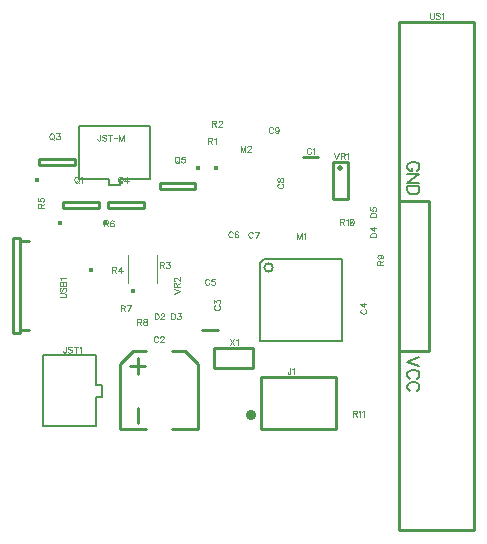
<source format=gbr>
G04 DipTrace 2.4.0.2*
%INTopSilk.gbr*%
%MOIN*%
%ADD10C,0.0098*%
%ADD12C,0.003*%
%ADD31C,0.0354*%
%ADD34C,0.005*%
%ADD36C,0.006*%
%ADD39O,0.0162X0.0154*%
%ADD43C,0.0154*%
%ADD47C,0.0158*%
%ADD52C,0.0188*%
%ADD54C,0.0039*%
%ADD117C,0.0062*%
%FSLAX44Y44*%
G04*
G70*
G90*
G75*
G01*
%LNTopSilk*%
%LPD*%
X6066Y3822D2*
D10*
X5554D1*
X7490Y2266D2*
X10010D1*
Y534D1*
X7490D1*
Y2266D1*
D31*
X7156Y987D3*
X1997Y2981D2*
D34*
Y1997D1*
X2194D1*
Y1603D1*
X1997D1*
Y619D1*
X226D1*
Y2981D1*
X1997D1*
X3801Y8853D2*
X2817D1*
Y8656D1*
X2423D1*
Y8853D1*
X1439D1*
Y10624D1*
X3801D1*
Y8853D1*
X10220Y6210D2*
D36*
Y3450D1*
X7460D1*
Y6070D1*
X7600Y6210D2*
X10220D1*
X7600D2*
X7460Y6070D1*
X7619Y5910D2*
G02X7619Y5910I141J0D01*
G01*
D39*
X6000Y9230D3*
D43*
X817Y7390D3*
X910Y7892D2*
D10*
X2091D1*
Y8088D1*
X910D1*
Y7892D1*
X13110Y8140D2*
X12110D1*
Y3140D1*
X13110D1*
Y8140D1*
X14610Y14105D2*
X12110D1*
Y-2825D1*
X14610D1*
Y14105D1*
X-523Y6904D2*
Y3716D1*
Y6905D2*
X-759D1*
X-523Y3716D2*
X-759D1*
Y6904D2*
Y3716D1*
X-221Y6806D2*
X-523D1*
Y3814D2*
X-221D1*
D47*
X1841Y5823D3*
X10420Y9435D2*
D10*
X9920D1*
Y8185D1*
X10420D1*
Y9435D1*
D52*
X10139Y9216D3*
D43*
X3232Y5114D3*
X4032Y5378D2*
D54*
Y6322D1*
X3088Y5378D2*
Y6322D1*
X5950Y3225D2*
D10*
X7250D1*
Y2555D1*
X5950D1*
Y3225D1*
D43*
X27Y8830D3*
X120Y9332D2*
D10*
X1301D1*
Y9528D1*
X120D1*
Y9332D1*
D43*
X2317Y7390D3*
X2410Y7892D2*
D10*
X3591D1*
Y8088D1*
X2410D1*
Y7892D1*
D43*
X5403Y9240D3*
X5310Y8738D2*
D10*
X4129D1*
Y8542D1*
X5310D1*
Y8738D1*
X5399Y521D2*
X4533D1*
X5399D2*
Y2686D1*
X4966Y3119D2*
X5399Y2686D1*
X4966Y3119D2*
X4533D1*
X3667Y521D2*
X2801D1*
Y2686D1*
X3234Y3119D2*
X2801Y2686D1*
X3667Y3119D2*
X3234D1*
X3391Y2883D2*
Y2371D1*
X3135Y2627D2*
X3647D1*
X3391Y1229D2*
Y718D1*
X8904Y9608D2*
X9416D1*
X166Y7905D2*
D12*
Y7991D1*
X156Y8020D1*
X147Y8030D1*
X128Y8039D1*
X109D1*
X89Y8030D1*
X80Y8020D1*
X70Y7991D1*
Y7905D1*
X271D1*
X166Y7972D2*
X271Y8039D1*
X70Y8216D2*
Y8120D1*
X156Y8111D1*
X147Y8120D1*
X137Y8149D1*
Y8177D1*
X147Y8206D1*
X166Y8225D1*
X195Y8235D1*
X214D1*
X242Y8225D1*
X262Y8206D1*
X271Y8177D1*
Y8149D1*
X262Y8120D1*
X252Y8111D1*
X233Y8101D1*
X5988Y4644D2*
X5969Y4634D1*
X5950Y4615D1*
X5940Y4596D1*
Y4558D1*
X5950Y4539D1*
X5969Y4520D1*
X5988Y4510D1*
X6017Y4500D1*
X6065D1*
X6093Y4510D1*
X6112Y4520D1*
X6131Y4539D1*
X6141Y4558D1*
Y4596D1*
X6131Y4615D1*
X6112Y4634D1*
X6093Y4644D1*
X5940Y4725D2*
Y4830D1*
X6017Y4773D1*
Y4801D1*
X6026Y4820D1*
X6036Y4830D1*
X6065Y4840D1*
X6084D1*
X6112Y4830D1*
X6132Y4811D1*
X6141Y4782D1*
Y4753D1*
X6132Y4725D1*
X6122Y4715D1*
X6103Y4706D1*
X10868Y4519D2*
X10849Y4510D1*
X10830Y4490D1*
X10820Y4471D1*
Y4433D1*
X10830Y4414D1*
X10849Y4395D1*
X10868Y4385D1*
X10897Y4376D1*
X10945D1*
X10973Y4385D1*
X10992Y4395D1*
X11011Y4414D1*
X11021Y4433D1*
Y4471D1*
X11011Y4490D1*
X10992Y4510D1*
X10973Y4519D1*
X11021Y4677D2*
X10820D1*
X10954Y4581D1*
Y4724D1*
X5784Y5485D2*
X5774Y5504D1*
X5755Y5523D1*
X5736Y5533D1*
X5698D1*
X5679Y5523D1*
X5660Y5504D1*
X5650Y5485D1*
X5640Y5456D1*
Y5408D1*
X5650Y5380D1*
X5660Y5361D1*
X5679Y5342D1*
X5698Y5332D1*
X5736D1*
X5755Y5342D1*
X5774Y5361D1*
X5784Y5380D1*
X5960Y5533D2*
X5865D1*
X5855Y5447D1*
X5865Y5456D1*
X5894Y5466D1*
X5922D1*
X5951Y5456D1*
X5970Y5437D1*
X5980Y5408D1*
Y5389D1*
X5970Y5361D1*
X5951Y5341D1*
X5922Y5332D1*
X5894D1*
X5865Y5341D1*
X5855Y5351D1*
X5846Y5370D1*
X6562Y7065D2*
X6552Y7084D1*
X6533Y7103D1*
X6514Y7113D1*
X6476D1*
X6457Y7103D1*
X6438Y7084D1*
X6428Y7065D1*
X6418Y7036D1*
Y6988D1*
X6428Y6960D1*
X6438Y6941D1*
X6457Y6922D1*
X6476Y6912D1*
X6514D1*
X6533Y6922D1*
X6552Y6941D1*
X6562Y6960D1*
X6738Y7084D2*
X6729Y7103D1*
X6700Y7113D1*
X6681D1*
X6652Y7103D1*
X6633Y7074D1*
X6624Y7027D1*
Y6979D1*
X6633Y6941D1*
X6652Y6921D1*
X6681Y6912D1*
X6691D1*
X6719Y6921D1*
X6738Y6941D1*
X6748Y6969D1*
Y6979D1*
X6738Y7008D1*
X6719Y7027D1*
X6691Y7036D1*
X6681D1*
X6652Y7027D1*
X6633Y7008D1*
X6624Y6979D1*
X7227Y7055D2*
X7218Y7074D1*
X7198Y7093D1*
X7179Y7103D1*
X7141D1*
X7122Y7093D1*
X7103Y7074D1*
X7093Y7055D1*
X7084Y7026D1*
Y6978D1*
X7093Y6950D1*
X7103Y6931D1*
X7122Y6912D1*
X7141Y6902D1*
X7179D1*
X7198Y6912D1*
X7218Y6931D1*
X7227Y6950D1*
X7327Y6902D2*
X7423Y7103D1*
X7289D1*
X8098Y8704D2*
X8079Y8694D1*
X8060Y8675D1*
X8050Y8656D1*
Y8618D1*
X8060Y8599D1*
X8079Y8580D1*
X8098Y8570D1*
X8127Y8561D1*
X8175D1*
X8203Y8570D1*
X8222Y8580D1*
X8241Y8599D1*
X8251Y8618D1*
Y8656D1*
X8241Y8675D1*
X8222Y8694D1*
X8203Y8704D1*
X8050Y8813D2*
X8060Y8785D1*
X8079Y8775D1*
X8098D1*
X8117Y8785D1*
X8127Y8804D1*
X8136Y8842D1*
X8146Y8871D1*
X8165Y8890D1*
X8184Y8899D1*
X8213D1*
X8232Y8890D1*
X8242Y8880D1*
X8251Y8852D1*
Y8813D1*
X8242Y8785D1*
X8232Y8775D1*
X8213Y8766D1*
X8184D1*
X8165Y8775D1*
X8146Y8794D1*
X8136Y8823D1*
X8127Y8861D1*
X8117Y8880D1*
X8098Y8890D1*
X8079D1*
X8060Y8880D1*
X8050Y8852D1*
Y8813D1*
X7909Y10542D2*
X7899Y10561D1*
X7880Y10580D1*
X7861Y10590D1*
X7823D1*
X7803Y10580D1*
X7784Y10561D1*
X7775Y10542D1*
X7765Y10513D1*
Y10465D1*
X7775Y10437D1*
X7784Y10418D1*
X7803Y10399D1*
X7823Y10389D1*
X7861D1*
X7880Y10399D1*
X7899Y10418D1*
X7909Y10437D1*
X8095Y10523D2*
X8085Y10494D1*
X8066Y10475D1*
X8037Y10465D1*
X8028D1*
X7999Y10475D1*
X7980Y10494D1*
X7970Y10523D1*
Y10532D1*
X7980Y10561D1*
X7999Y10580D1*
X8028Y10590D1*
X8037D1*
X8066Y10580D1*
X8085Y10561D1*
X8095Y10523D1*
Y10475D1*
X8085Y10427D1*
X8066Y10398D1*
X8037Y10389D1*
X8018D1*
X7990Y10398D1*
X7980Y10418D1*
X8487Y2559D2*
Y2406D1*
X8478Y2377D1*
X8468Y2368D1*
X8449Y2358D1*
X8430D1*
X8411Y2368D1*
X8401Y2377D1*
X8391Y2406D1*
Y2425D1*
X8549Y2521D2*
X8568Y2530D1*
X8597Y2559D1*
Y2358D1*
X1007Y3274D2*
Y3121D1*
X998Y3092D1*
X988Y3083D1*
X969Y3073D1*
X950D1*
X931Y3083D1*
X921Y3092D1*
X912Y3121D1*
Y3140D1*
X1203Y3245D2*
X1184Y3264D1*
X1155Y3274D1*
X1117D1*
X1088Y3264D1*
X1069Y3245D1*
Y3226D1*
X1079Y3207D1*
X1088Y3198D1*
X1107Y3188D1*
X1165Y3169D1*
X1184Y3159D1*
X1193Y3150D1*
X1203Y3131D1*
Y3102D1*
X1184Y3083D1*
X1155Y3073D1*
X1117D1*
X1088Y3083D1*
X1069Y3102D1*
X1332Y3274D2*
Y3073D1*
X1265Y3274D2*
X1399D1*
X1460Y3236D2*
X1480Y3245D1*
X1508Y3274D1*
Y3073D1*
X2149Y10337D2*
Y10184D1*
X2139Y10155D1*
X2129Y10146D1*
X2110Y10136D1*
X2091D1*
X2072Y10146D1*
X2063Y10155D1*
X2053Y10184D1*
Y10203D1*
X2344Y10308D2*
X2325Y10328D1*
X2297Y10337D1*
X2258D1*
X2230Y10328D1*
X2210Y10308D1*
Y10289D1*
X2220Y10270D1*
X2230Y10261D1*
X2249Y10251D1*
X2306Y10232D1*
X2325Y10222D1*
X2335Y10213D1*
X2344Y10194D1*
Y10165D1*
X2325Y10146D1*
X2297Y10136D1*
X2258D1*
X2230Y10146D1*
X2210Y10165D1*
X2473Y10337D2*
Y10136D1*
X2406Y10337D2*
X2540D1*
X2602Y10237D2*
X2712D1*
X2927Y10136D2*
Y10337D1*
X2851Y10136D1*
X2774Y10337D1*
Y10136D1*
X8862Y6862D2*
Y7063D1*
X8785Y6862D1*
X8709Y7063D1*
Y6862D1*
X8923Y7024D2*
X8943Y7034D1*
X8971Y7063D1*
Y6862D1*
X6980Y9775D2*
Y9976D1*
X6903Y9775D1*
X6827Y9976D1*
Y9775D1*
X7051Y9928D2*
Y9937D1*
X7061Y9957D1*
X7070Y9966D1*
X7089Y9976D1*
X7128D1*
X7147Y9966D1*
X7156Y9957D1*
X7166Y9937D1*
Y9918D1*
X7156Y9899D1*
X7137Y9871D1*
X7041Y9775D1*
X7175D1*
X2828Y4557D2*
X2914D1*
X2943Y4567D1*
X2953Y4576D1*
X2962Y4595D1*
Y4615D1*
X2953Y4634D1*
X2943Y4643D1*
X2914Y4653D1*
X2828D1*
Y4452D1*
X2895Y4557D2*
X2962Y4452D1*
X3062D2*
X3158Y4653D1*
X3024D1*
X1342Y8942D2*
X1323Y8933D1*
X1303Y8914D1*
X1294Y8895D1*
X1284Y8866D1*
Y8818D1*
X1294Y8789D1*
X1303Y8770D1*
X1323Y8751D1*
X1342Y8742D1*
X1380D1*
X1399Y8751D1*
X1418Y8770D1*
X1428Y8789D1*
X1437Y8818D1*
Y8866D1*
X1428Y8895D1*
X1418Y8914D1*
X1399Y8933D1*
X1380Y8942D1*
X1342D1*
X1370Y8780D2*
X1428Y8722D1*
X1499Y8904D2*
X1518Y8914D1*
X1547Y8942D1*
Y8741D1*
X5748Y10134D2*
X5834D1*
X5863Y10144D1*
X5873Y10153D1*
X5882Y10172D1*
Y10191D1*
X5873Y10211D1*
X5863Y10220D1*
X5834Y10230D1*
X5748D1*
Y10029D1*
X5815Y10134D2*
X5882Y10029D1*
X5944Y10191D2*
X5963Y10201D1*
X5992Y10230D1*
Y10029D1*
X5885Y10714D2*
X5971D1*
X6000Y10724D1*
X6010Y10733D1*
X6019Y10752D1*
Y10771D1*
X6010Y10791D1*
X6000Y10800D1*
X5971Y10810D1*
X5885D1*
Y10609D1*
X5952Y10714D2*
X6019Y10609D1*
X6091Y10762D2*
Y10771D1*
X6100Y10791D1*
X6110Y10800D1*
X6129Y10810D1*
X6167D1*
X6186Y10800D1*
X6196Y10791D1*
X6205Y10771D1*
Y10752D1*
X6196Y10733D1*
X6177Y10705D1*
X6081Y10609D1*
X6215D1*
X4139Y5994D2*
X4225D1*
X4254Y6004D1*
X4264Y6013D1*
X4273Y6032D1*
Y6051D1*
X4264Y6071D1*
X4254Y6080D1*
X4225Y6090D1*
X4139D1*
Y5889D1*
X4206Y5994D2*
X4273Y5889D1*
X4354Y6090D2*
X4459D1*
X4402Y6013D1*
X4431D1*
X4450Y6004D1*
X4459Y5994D1*
X4469Y5965D1*
Y5946D1*
X4459Y5918D1*
X4440Y5898D1*
X4412Y5889D1*
X4383D1*
X4354Y5898D1*
X4345Y5908D1*
X4335Y5927D1*
X2554Y5837D2*
X2640D1*
X2668Y5847D1*
X2678Y5856D1*
X2688Y5875D1*
Y5895D1*
X2678Y5914D1*
X2668Y5923D1*
X2640Y5933D1*
X2554D1*
Y5732D1*
X2621Y5837D2*
X2688Y5732D1*
X2845D2*
Y5933D1*
X2749Y5799D1*
X2893D1*
X13140Y14397D2*
Y14254D1*
X13150Y14225D1*
X13169Y14206D1*
X13198Y14196D1*
X13217D1*
X13246Y14206D1*
X13265Y14225D1*
X13274Y14254D1*
Y14397D1*
X13470Y14369D2*
X13451Y14388D1*
X13422Y14397D1*
X13384D1*
X13355Y14388D1*
X13336Y14369D1*
Y14350D1*
X13346Y14330D1*
X13355Y14321D1*
X13374Y14311D1*
X13432Y14292D1*
X13451Y14283D1*
X13460Y14273D1*
X13470Y14254D1*
Y14225D1*
X13451Y14206D1*
X13422Y14196D1*
X13384D1*
X13355Y14206D1*
X13336Y14225D1*
X13532Y14359D2*
X13551Y14369D1*
X13580Y14397D1*
Y14196D1*
X797Y4912D2*
X941D1*
X970Y4921D1*
X989Y4940D1*
X998Y4969D1*
Y4988D1*
X989Y5017D1*
X970Y5036D1*
X941Y5046D1*
X797D1*
X826Y5241D2*
X807Y5222D1*
X797Y5194D1*
Y5155D1*
X807Y5127D1*
X826Y5107D1*
X845D1*
X864Y5117D1*
X874Y5127D1*
X883Y5146D1*
X903Y5203D1*
X912Y5222D1*
X922Y5232D1*
X941Y5241D1*
X970D1*
X989Y5222D1*
X998Y5194D1*
Y5155D1*
X989Y5127D1*
X970Y5107D1*
X797Y5303D2*
X998D1*
Y5389D1*
X989Y5418D1*
X979Y5428D1*
X960Y5437D1*
X931D1*
X912Y5428D1*
X903Y5418D1*
X893Y5389D1*
X883Y5418D1*
X874Y5428D1*
X855Y5437D1*
X836D1*
X817Y5428D1*
X807Y5418D1*
X797Y5389D1*
Y5303D1*
X893D2*
Y5389D1*
X836Y5499D2*
X826Y5518D1*
X798Y5547D1*
X998D1*
X9941Y9728D2*
X10017Y9527D1*
X10094Y9728D1*
X10156Y9632D2*
X10242D1*
X10270Y9642D1*
X10280Y9651D1*
X10289Y9670D1*
Y9690D1*
X10280Y9709D1*
X10270Y9718D1*
X10242Y9728D1*
X10156D1*
Y9527D1*
X10223Y9632D2*
X10289Y9527D1*
X10351Y9689D2*
X10370Y9699D1*
X10399Y9728D1*
Y9527D1*
X4597Y5038D2*
X4798Y5115D1*
X4597Y5191D1*
X4693Y5253D2*
Y5339D1*
X4683Y5368D1*
X4674Y5378D1*
X4655Y5387D1*
X4635D1*
X4616Y5378D1*
X4607Y5368D1*
X4597Y5339D1*
Y5253D1*
X4798D1*
X4693Y5320D2*
X4798Y5387D1*
X4645Y5459D2*
X4636D1*
X4616Y5468D1*
X4607Y5478D1*
X4597Y5497D1*
Y5535D1*
X4607Y5554D1*
X4616Y5564D1*
X4636Y5573D1*
X4655D1*
X4674Y5564D1*
X4702Y5545D1*
X4798Y5449D1*
Y5583D1*
X6478Y3518D2*
X6612Y3317D1*
Y3518D2*
X6478Y3317D1*
X6674Y3479D2*
X6693Y3489D1*
X6722Y3517D1*
Y3317D1*
X509Y10382D2*
X490Y10373D1*
X470Y10354D1*
X461Y10335D1*
X451Y10306D1*
Y10258D1*
X461Y10229D1*
X470Y10210D1*
X490Y10191D1*
X509Y10182D1*
X547D1*
X566Y10191D1*
X585Y10210D1*
X595Y10229D1*
X604Y10258D1*
Y10306D1*
X595Y10335D1*
X585Y10354D1*
X566Y10373D1*
X547Y10382D1*
X509D1*
X537Y10220D2*
X595Y10162D1*
X685Y10382D2*
X790D1*
X733Y10306D1*
X762D1*
X781Y10296D1*
X790Y10287D1*
X800Y10258D1*
Y10239D1*
X790Y10210D1*
X771Y10191D1*
X743Y10181D1*
X714D1*
X685Y10191D1*
X676Y10201D1*
X666Y10220D1*
X2794Y8942D2*
X2775Y8933D1*
X2756Y8914D1*
X2746Y8895D1*
X2736Y8866D1*
Y8818D1*
X2746Y8789D1*
X2756Y8770D1*
X2775Y8751D1*
X2794Y8742D1*
X2832D1*
X2851Y8751D1*
X2870Y8770D1*
X2880Y8789D1*
X2889Y8818D1*
Y8866D1*
X2880Y8895D1*
X2870Y8914D1*
X2851Y8933D1*
X2832Y8942D1*
X2794D1*
X2823Y8780D2*
X2880Y8722D1*
X3047Y8741D2*
Y8942D1*
X2951Y8808D1*
X3095D1*
X4687Y9610D2*
X4668Y9601D1*
X4649Y9581D1*
X4640Y9562D1*
X4630Y9533D1*
Y9486D1*
X4640Y9457D1*
X4649Y9438D1*
X4668Y9419D1*
X4687Y9409D1*
X4726D1*
X4745Y9419D1*
X4764Y9438D1*
X4773Y9457D1*
X4783Y9486D1*
Y9533D1*
X4773Y9562D1*
X4764Y9581D1*
X4745Y9601D1*
X4726Y9610D1*
X4687D1*
X4716Y9447D2*
X4773Y9390D1*
X4960Y9610D2*
X4864D1*
X4855Y9524D1*
X4864Y9533D1*
X4893Y9543D1*
X4921D1*
X4950Y9533D1*
X4969Y9514D1*
X4979Y9485D1*
Y9466D1*
X4969Y9438D1*
X4950Y9418D1*
X4921Y9409D1*
X4893D1*
X4864Y9418D1*
X4855Y9428D1*
X4845Y9447D1*
X2280Y7384D2*
X2366D1*
X2395Y7394D1*
X2404Y7403D1*
X2414Y7422D1*
Y7441D1*
X2404Y7461D1*
X2395Y7470D1*
X2366Y7480D1*
X2280D1*
Y7279D1*
X2347Y7384D2*
X2414Y7279D1*
X2590Y7451D2*
X2581Y7470D1*
X2552Y7480D1*
X2533D1*
X2504Y7470D1*
X2485Y7441D1*
X2476Y7394D1*
Y7346D1*
X2485Y7308D1*
X2504Y7288D1*
X2533Y7279D1*
X2543D1*
X2571Y7288D1*
X2590Y7308D1*
X2600Y7336D1*
Y7346D1*
X2590Y7375D1*
X2571Y7394D1*
X2543Y7403D1*
X2533D1*
X2504Y7394D1*
X2485Y7375D1*
X2476Y7346D1*
X4074Y3572D2*
X4064Y3591D1*
X4045Y3610D1*
X4026Y3620D1*
X3988D1*
X3969Y3610D1*
X3950Y3591D1*
X3940Y3572D1*
X3930Y3543D1*
Y3495D1*
X3940Y3467D1*
X3950Y3447D1*
X3969Y3428D1*
X3988Y3419D1*
X4026D1*
X4045Y3428D1*
X4064Y3447D1*
X4074Y3467D1*
X4145Y3572D2*
Y3581D1*
X4155Y3600D1*
X4164Y3610D1*
X4184Y3619D1*
X4222D1*
X4241Y3610D1*
X4250Y3600D1*
X4260Y3581D1*
Y3562D1*
X4250Y3543D1*
X4231Y3514D1*
X4136Y3419D1*
X4270D1*
X3378Y4097D2*
X3464D1*
X3493Y4107D1*
X3503Y4116D1*
X3512Y4135D1*
Y4155D1*
X3503Y4174D1*
X3493Y4183D1*
X3464Y4193D1*
X3378D1*
Y3992D1*
X3445Y4097D2*
X3512Y3992D1*
X3622Y4193D2*
X3593Y4183D1*
X3584Y4164D1*
Y4145D1*
X3593Y4126D1*
X3612Y4116D1*
X3651Y4107D1*
X3679Y4097D1*
X3698Y4078D1*
X3708Y4059D1*
Y4030D1*
X3698Y4011D1*
X3689Y4001D1*
X3660Y3992D1*
X3622D1*
X3593Y4001D1*
X3584Y4011D1*
X3574Y4030D1*
Y4059D1*
X3584Y4078D1*
X3603Y4097D1*
X3631Y4107D1*
X3670Y4116D1*
X3689Y4126D1*
X3698Y4145D1*
Y4164D1*
X3689Y4183D1*
X3660Y4193D1*
X3622D1*
X3958Y4383D2*
Y4182D1*
X4025D1*
X4054Y4192D1*
X4073Y4211D1*
X4083Y4230D1*
X4092Y4258D1*
Y4306D1*
X4083Y4335D1*
X4073Y4354D1*
X4054Y4373D1*
X4025Y4383D1*
X3958D1*
X4164Y4335D2*
Y4344D1*
X4173Y4364D1*
X4183Y4373D1*
X4202Y4383D1*
X4240D1*
X4259Y4373D1*
X4269Y4364D1*
X4278Y4344D1*
Y4325D1*
X4269Y4306D1*
X4250Y4278D1*
X4154Y4182D1*
X4288D1*
X4508Y4383D2*
Y4182D1*
X4575D1*
X4604Y4192D1*
X4623Y4211D1*
X4633Y4230D1*
X4642Y4258D1*
Y4306D1*
X4633Y4335D1*
X4623Y4354D1*
X4604Y4373D1*
X4575Y4383D1*
X4508D1*
X4723D2*
X4828D1*
X4771Y4306D1*
X4800D1*
X4819Y4297D1*
X4828Y4287D1*
X4838Y4258D1*
Y4239D1*
X4828Y4211D1*
X4809Y4191D1*
X4781Y4182D1*
X4752D1*
X4723Y4191D1*
X4714Y4201D1*
X4704Y4220D1*
X11477Y6007D2*
Y6093D1*
X11467Y6121D1*
X11458Y6131D1*
X11439Y6141D1*
X11420D1*
X11401Y6131D1*
X11391Y6121D1*
X11381Y6093D1*
Y6007D1*
X11582D1*
X11477Y6074D2*
X11582Y6141D1*
X11448Y6327D2*
X11477Y6317D1*
X11496Y6298D1*
X11506Y6269D1*
Y6260D1*
X11496Y6231D1*
X11477Y6212D1*
X11448Y6202D1*
X11439D1*
X11410Y6212D1*
X11391Y6231D1*
X11382Y6260D1*
Y6269D1*
X11391Y6298D1*
X11410Y6317D1*
X11448Y6327D1*
X11496D1*
X11544Y6317D1*
X11573Y6298D1*
X11582Y6269D1*
Y6250D1*
X11573Y6222D1*
X11554Y6212D1*
X10153Y7437D2*
X10239D1*
X10268Y7447D1*
X10278Y7456D1*
X10287Y7475D1*
Y7495D1*
X10278Y7514D1*
X10268Y7523D1*
X10239Y7533D1*
X10153D1*
Y7332D1*
X10220Y7437D2*
X10287Y7332D1*
X10349Y7494D2*
X10368Y7504D1*
X10397Y7533D1*
Y7332D1*
X10516Y7533D2*
X10488Y7523D1*
X10468Y7494D1*
X10459Y7447D1*
Y7418D1*
X10468Y7370D1*
X10488Y7341D1*
X10516Y7332D1*
X10535D1*
X10564Y7341D1*
X10583Y7370D1*
X10593Y7418D1*
Y7447D1*
X10583Y7494D1*
X10564Y7523D1*
X10535Y7533D1*
X10516D1*
X10583Y7494D2*
X10468Y7370D1*
X11150Y6926D2*
X11351D1*
Y6993D1*
X11341Y7022D1*
X11322Y7041D1*
X11303Y7051D1*
X11275Y7060D1*
X11227D1*
X11198Y7051D1*
X11179Y7041D1*
X11160Y7022D1*
X11150Y6993D1*
Y6926D1*
X11351Y7218D2*
X11150D1*
X11284Y7122D1*
Y7265D1*
X11147Y7602D2*
X11348D1*
Y7669D1*
X11338Y7698D1*
X11319Y7717D1*
X11300Y7726D1*
X11272Y7736D1*
X11224D1*
X11195Y7726D1*
X11176Y7717D1*
X11157Y7698D1*
X11147Y7669D1*
Y7602D1*
Y7912D2*
Y7817D1*
X11233Y7807D1*
X11224Y7817D1*
X11214Y7846D1*
Y7874D1*
X11224Y7903D1*
X11243Y7922D1*
X11272Y7932D1*
X11291D1*
X11319Y7922D1*
X11339Y7903D1*
X11348Y7874D1*
Y7846D1*
X11339Y7817D1*
X11329Y7807D1*
X11310Y7798D1*
X10573Y1044D2*
X10659D1*
X10688Y1054D1*
X10698Y1063D1*
X10707Y1082D1*
Y1101D1*
X10698Y1121D1*
X10688Y1130D1*
X10659Y1140D1*
X10573D1*
Y939D1*
X10640Y1044D2*
X10707Y939D1*
X10769Y1101D2*
X10788Y1111D1*
X10817Y1140D1*
Y939D1*
X10879Y1101D2*
X10898Y1111D1*
X10927Y1140D1*
Y939D1*
X9177Y9853D2*
X9167Y9872D1*
X9148Y9891D1*
X9129Y9901D1*
X9091D1*
X9072Y9891D1*
X9053Y9872D1*
X9043Y9853D1*
X9033Y9824D1*
Y9776D1*
X9043Y9748D1*
X9053Y9728D1*
X9072Y9709D1*
X9091Y9700D1*
X9129D1*
X9148Y9709D1*
X9167Y9728D1*
X9177Y9748D1*
X9239Y9862D2*
X9258Y9872D1*
X9287Y9900D1*
Y9700D1*
X12787Y2922D2*
D117*
X12385Y2769D1*
X12787Y2616D1*
X12691Y2206D2*
X12729Y2225D1*
X12768Y2264D1*
X12787Y2302D1*
Y2378D1*
X12768Y2416D1*
X12729Y2455D1*
X12691Y2474D1*
X12634Y2493D1*
X12538D1*
X12481Y2474D1*
X12442Y2455D1*
X12404Y2416D1*
X12385Y2378D1*
Y2302D1*
X12404Y2264D1*
X12442Y2225D1*
X12481Y2206D1*
X12691Y1796D2*
X12729Y1815D1*
X12768Y1853D1*
X12787Y1891D1*
Y1968D1*
X12768Y2006D1*
X12729Y2044D1*
X12691Y2063D1*
X12634Y2083D1*
X12538D1*
X12481Y2063D1*
X12442Y2044D1*
X12404Y2006D1*
X12385Y1968D1*
Y1891D1*
X12404Y1853D1*
X12442Y1815D1*
X12481Y1796D1*
X12691Y9135D2*
X12729Y9154D1*
X12768Y9192D1*
X12787Y9230D1*
Y9307D1*
X12768Y9345D1*
X12729Y9383D1*
X12691Y9403D1*
X12634Y9422D1*
X12538D1*
X12481Y9403D1*
X12442Y9383D1*
X12404Y9345D1*
X12385Y9307D1*
Y9230D1*
X12404Y9192D1*
X12442Y9154D1*
X12481Y9135D1*
X12538D1*
Y9230D1*
X12787Y8743D2*
X12385D1*
X12787Y9011D1*
X12385D1*
X12787Y8620D2*
X12385D1*
Y8486D1*
X12404Y8428D1*
X12442Y8390D1*
X12481Y8371D1*
X12538Y8352D1*
X12634D1*
X12691Y8371D1*
X12729Y8390D1*
X12768Y8428D1*
X12787Y8486D1*
Y8620D1*
M02*

</source>
